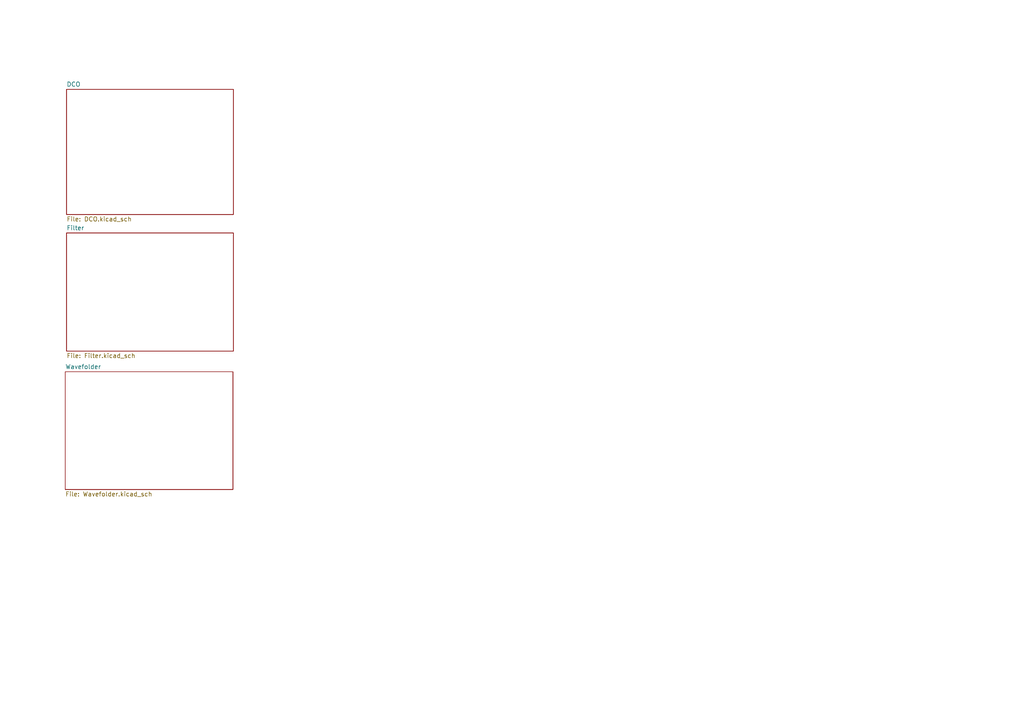
<source format=kicad_sch>
(kicad_sch (version 20230121) (generator eeschema)
  (paper "A4")
  (lib_symbols)
  (sheet (at 18.923 107.823) (size 48.641 34.163) (stroke (width 0.1524))
    (property "Sheetname" "Wavefolder" (at 18.923 107.1114 0) (effects (justify left bottom)))
    (property "Sheetfile" "Wavefolder.kicad_sch" (at 18.923 142.5706 0) (effects (justify left top)))
  )
  (sheet (at 19.304 25.908) (size 48.387 36.322) (stroke (width 0.1524))
    (property "Sheetname" "DCO" (at 19.304 25.1964 0) (effects (justify left bottom)))
    (property "Sheetfile" "DCO.kicad_sch" (at 19.304 62.8146 0) (effects (justify left top)))
  )
  (sheet (at 19.304 67.564) (size 48.387 34.29) (stroke (width 0.1524))
    (property "Sheetname" "Filter" (at 19.304 66.8524 0) (effects (justify left bottom)))
    (property "Sheetfile" "Filter.kicad_sch" (at 19.304 102.4386 0) (effects (justify left top)))
  )
)
</source>
